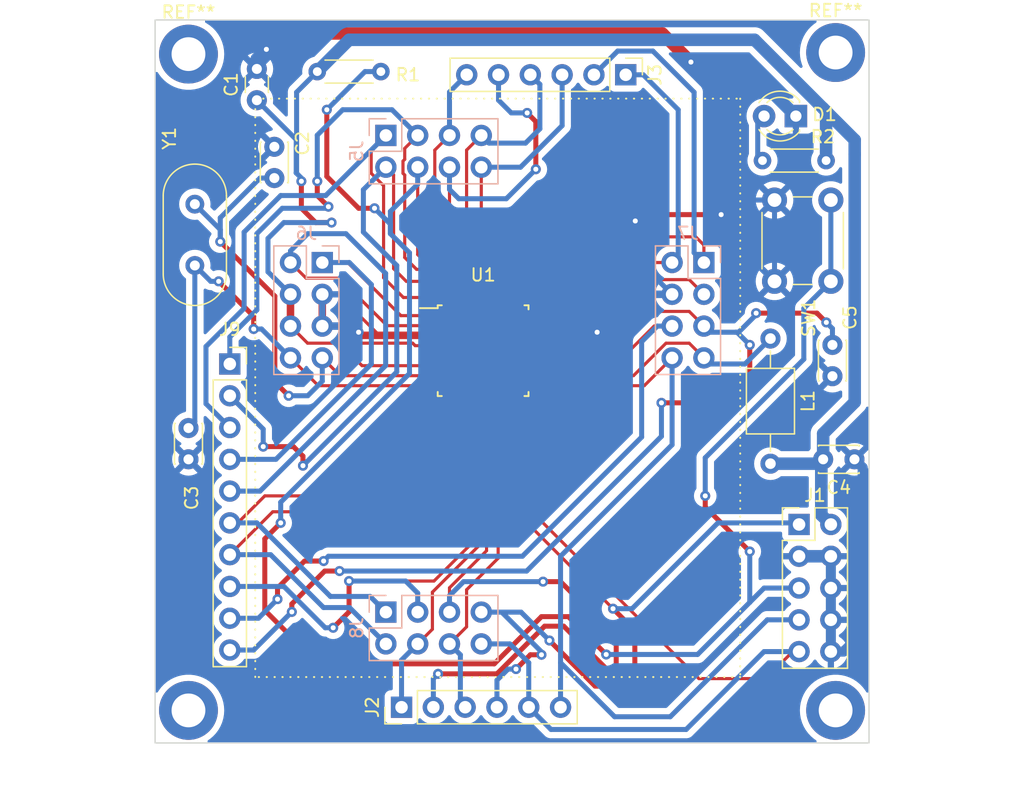
<source format=kicad_pcb>
(kicad_pcb (version 20221018) (generator pcbnew)
  (layers (0 "F.Cu" signal) (31 "B.Cu" signal) (34 "B.Paste" user) (35 "F.Paste" user) (36 "B.SilkS" user "B.Silkscreen") (37 "F.SilkS" user "F.Silkscreen") (38 "B.Mask" user) (39 "F.Mask" user) (44 "Edge.Cuts" user))
  (net 0 "")
  (net 1 "+5V")
  (net 2 "GND")
  (net 3 "/7")
  (net 4 "/8")
  (net 5 "/20")
  (net 6 "Net-(D1-A)")
  (net 7 "RST")
  (net 8 "MISO")
  (net 9 "/25")
  (net 10 "/1")
  (net 11 "/2")
  (net 12 "/23")
  (net 13 "/24")
  (net 14 "/26")
  (net 15 "/32")
  (net 16 "/9")
  (net 17 "/18")
  (net 18 "/22")
  (net 19 "/14")
  (net 20 "/10")
  (net 21 "/11")
  (net 22 "/12")
  (net 23 "/13")
  (net 24 "/19")
  (net 25 "TX")
  (net 26 "SDA")
  (net 27 "SCL")
  (net 28 "SCK")
  (net 29 "RX")
  (net 30 "MOSI")
  (footprint "Package_QFP:TQFP-32_7x7mm_P0.8mm" (layer "F.Cu") (at 158.535 101.552)
    (fp_text reference "U1")
    (fp_text value "ATmega8-16A")
  )
  (footprint "Capacitor_THT:C_Disc_D3.0mm_W2.0mm_P2.50mm" (layer "F.Cu") (at 186.436 101.092 -90)
    (fp_text reference "C5")
    (fp_text value "0.1u")
  )
  (footprint "Capacitor_THT:C_Disc_D3.0mm_W2.0mm_P2.50mm" (layer "F.Cu") (at 135.001 110.236 90)
    (fp_text reference "C3")
    (fp_text value "22p")
  )
  (footprint "Resistor_THT:R_Axial_DIN0204_L3.6mm_D1.6mm_P5.08mm_Horizontal" (layer "F.Cu") (at 185.928 86.36 180)
    (fp_text reference "R2")
    (fp_text value "1K")
  )
  (footprint "Capacitor_THT:C_Disc_D3.0mm_W2.0mm_P2.50mm" (layer "F.Cu") (at 188.194 110.236 180)
    (fp_text reference "C4")
    (fp_text value "0.1u")
  )
  (footprint "Connector_PinHeader_2.54mm:PinHeader_1x06_P2.54mm_Vertical" (layer "F.Cu") (at 152.019 130.048 90)
    (fp_text reference "J2")
    (fp_text value "Conn_01x06")
  )
  (footprint "MountingHole:MountingHole_2.7mm_M2.5_DIN965_Pad" (layer "F.Cu") (at 186.69 77.724)
    (fp_text reference "REF**")
    (fp_text value "MountingHole_2.7mm_M2.5_DIN965_Pad")
  )
  (footprint "Connector_PinSocket_2.54mm:PinSocket_1x10_P2.54mm_Vertical" (layer "F.Cu") (at 138.303 102.616)
    (fp_text reference "J9")
    (fp_text value "Conn_01x10")
  )
  (footprint "Crystal:Crystal_HC18-U_Vertical" (layer "F.Cu") (at 135.509 94.742 90)
    (fp_text reference "Y1")
    (fp_text value "16MHz")
  )
  (footprint "Connector_PinHeader_2.54mm:PinHeader_1x06_P2.54mm_Vertical" (layer "F.Cu") (at 169.926 79.502 -90)
    (fp_text reference "J3")
    (fp_text value "Conn_01x06")
  )
  (footprint "Capacitor_THT:C_Disc_D3.0mm_W1.6mm_P2.50mm" (layer "F.Cu") (at 140.462 81.534 90)
    (fp_text reference "C1")
    (fp_text value "0.1u")
  )
  (footprint "LED_THT:LED_D3.0mm" (layer "F.Cu") (at 183.515 82.804 180)
    (fp_text reference "D1")
    (fp_text value "LED")
  )
  (footprint "Inductor_THT:L_Axial_L5.0mm_D3.6mm_P10.00mm_Horizontal_Murata_BL01RN1A2A2" (layer "F.Cu") (at 181.483 100.584 -90)
    (fp_text reference "L1")
    (fp_text value "10uH")
  )
  (footprint "MountingHole:MountingHole_2.7mm_M2.5_DIN965_Pad" (layer "F.Cu") (at 186.69 130.302)
    (fp_text reference "REF**" hide)
    (fp_text value "MountingHole_2.7mm_M2.5_DIN965_Pad")
  )
  (footprint "MountingHole:MountingHole_2.7mm_M2.5_DIN965_Pad" (layer "F.Cu") (at 135.001 77.851)
    (fp_text reference "REF**")
    (fp_text value "MountingHole_2.7mm_M2.5_DIN965_Pad")
  )
  (footprint "Connector_PinHeader_2.54mm:PinHeader_2x05_P2.54mm_Vertical" (layer "F.Cu") (at 183.769 115.443)
    (fp_text reference "J1")
    (fp_text value "Conn_02x05_Odd_Even")
  )
  (footprint "Capacitor_THT:C_Disc_D3.0mm_W2.0mm_P2.50mm" (layer "F.Cu") (at 141.859 85.257 -90)
    (fp_text reference "C2")
    (fp_text value "22p")
  )
  (footprint "MountingHole:MountingHole_2.7mm_M2.5_DIN965_Pad" (layer "F.Cu") (at 135.001 130.302)
    (fp_text reference "REF**" hide)
    (fp_text value "MountingHole_2.7mm_M2.5_DIN965_Pad")
  )
  (footprint "Button_Switch_THT:SW_PUSH_6mm" (layer "F.Cu") (at 181.809 96.012 90)
    (fp_text reference "SW1")
    (fp_text value "SW_Push")
  )
  (footprint "Resistor_THT:R_Axial_DIN0204_L3.6mm_D1.6mm_P5.08mm_Horizontal" (layer "F.Cu") (at 150.368 79.248 180)
    (fp_text reference "R1")
    (fp_text value "1k")
  )
  (footprint "Connector_PinHeader_2.54mm:PinHeader_2x04_P2.54mm_Vertical" (layer "B.Cu") (at 145.689 94.508 180)
    (fp_text reference "J6")
    (fp_text value "Conn_02x04")
  )
  (footprint "Connector_PinHeader_2.54mm:PinHeader_2x04_P2.54mm_Vertical" (layer "B.Cu") (at 150.769 122.448 -90)
    (fp_text reference "J8")
    (fp_text value "Conn_02x04")
  )
  (footprint "Connector_PinHeader_2.54mm:PinHeader_2x04_P2.54mm_Vertical" (layer "B.Cu") (at 176.169 94.508 180)
    (fp_text reference "J7")
    (fp_text value "Conn_02x04")
  )
  (footprint "Connector_PinHeader_2.54mm:PinHeader_2x04_P2.54mm_Vertical" (layer "B.Cu") (at 150.769 84.348 -90)
    (fp_text reference "J5")
    (fp_text value "Conn_02x04")
  )
  (gr_rect (start 140.335 81.407) (end 179.07 127.635) (stroke (width 0.15) (type dot)) (fill none) (layer "F.SilkS"))
  (gr_rect (start 132.334 75.1205) (end 189.357 132.9055) (stroke (width 0.1)) (fill none) (layer "Edge.Cuts"))
  (segment (start 145.161 91.313) (end 144.018 90.17) (width 0.4) (layer "F.Cu") (net 1))
  (segment (start 143.149 99.588) (end 143.149 97.048) (width 0.6) (layer "F.Cu") (net 1))
  (segment (start 147.066 100.952) (end 148.866 102.752) (width 0.25) (layer "F.Cu") (net 1))
  (segment (start 152.908 100.952) (end 147.066 100.952) (width 0.25) (layer "F.Cu") (net 1))
  (segment (start 147.066 100.952) (end 144.513 100.952) (width 0.25) (layer "F.Cu") (net 1))
  (segment (start 148.866 102.752) (end 154.285 102.752) (width 0.25) (layer "F.Cu") (net 1))
  (segment (start 144.018 90.17) (end 144.018 88.011) (width 0.4) (layer "F.Cu") (net 1))
  (segment (start 144.513 100.952) (end 143.149 99.588) (width 0.25) (layer "F.Cu") (net 1))
  (segment (start 154.285 101.152) (end 153.108 101.152) (width 0.25) (layer "F.Cu") (net 1))
  (segment (start 153.108 101.152) (end 152.908 100.952) (width 0.25) (layer "F.Cu") (net 1))
  (segment (start 146.431 91.313) (end 145.161 91.313) (width 0.4) (layer "F.Cu") (net 1))
  (via (at 144.018 88.011) (size 0.8) (drill 0.4) (layers "F.Cu" "B.Cu") (net 1))
  (via (at 146.431 91.313) (size 0.8) (drill 0.4) (layers "F.Cu" "B.Cu") (net 1))
  (segment (start 143.637 80.899) (end 145.288 79.248) (width 0.4) (layer "B.Cu") (net 1))
  (segment (start 143.606425 87.345425) (end 144.018 87.757) (width 0.4) (layer "B.Cu") (net 1))
  (segment (start 145.288 79.248) (end 147.828 76.708) (width 1) (layer "B.Cu") (net 1))
  (segment (start 185.694 110.236) (end 185.547 110.383) (width 1) (layer "B.Cu") (net 1))
  (segment (start 143.149 97.048) (end 141.351 95.25) (width 0.4) (layer "B.Cu") (net 1))
  (segment (start 188.214 105.664) (end 185.694 108.184) (width 1) (layer "B.Cu") (net 1))
  (segment (start 144.018 87.757) (end 144.018 88.011) (width 0.4) (layer "B.Cu") (net 1))
  (segment (start 185.547 110.383) (end 185.547 114.681) (width 1) (layer "B.Cu") (net 1))
  (segment (start 185.547 110.584) (end 181.483 110.584) (width 1) (layer "B.Cu") (net 1))
  (segment (start 180.213 76.708) (end 185.674 82.169) (width 1) (layer "B.Cu") (net 1))
  (segment (start 140.462 81.534) (end 143.606425 84.678425) (width 0.4) (layer "B.Cu") (net 1))
  (segment (start 143.606425 84.678425) (end 143.606425 87.345425) (width 0.4) (layer "B.Cu") (net 1))
  (segment (start 141.351 95.25) (end 141.351 92.583) (width 0.4) (layer "B.Cu") (net 1))
  (segment (start 185.547 114.681) (end 185.547 110.584) (width 1) (layer "B.Cu") (net 1))
  (segment (start 185.928 82.423) (end 185.674 82.169) (width 1) (layer "B.Cu") (net 1))
  (segment (start 185.674 82.169) (end 188.214 84.709) (width 1) (layer "B.Cu") (net 1))
  (segment (start 185.694 108.184) (end 185.694 110.236) (width 1) (layer "B.Cu") (net 1))
  (segment (start 143.606425 87.345425) (end 143.637 87.31485) (width 0.4) (layer "B.Cu") (net 1))
  (segment (start 141.351 92.583) (end 142.621 91.313) (width 0.4) (layer "B.Cu") (net 1))
  (segment (start 143.637 87.31485) (end 143.637 80.899) (width 0.4) (layer "B.Cu") (net 1))
  (segment (start 188.214 85.852) (end 188.214 105.664) (width 1) (layer "B.Cu") (net 1))
  (segment (start 186.309 115.443) (end 185.547 114.681) (width 1) (layer "B.Cu") (net 1))
  (segment (start 147.828 76.708) (end 180.213 76.708) (width 1) (layer "B.Cu") (net 1))
  (segment (start 142.621 91.313) (end 146.431 91.313) (width 0.4) (layer "B.Cu") (net 1))
  (segment (start 188.214 84.709) (end 188.214 85.852) (width 1) (layer "B.Cu") (net 1))
  (segment (start 185.928 86.36) (end 185.928 82.423) (width 1) (layer "B.Cu") (net 1))
  (segment (start 161.51 101.152) (end 166.564 101.152) (width 0.6) (layer "F.Cu") (net 2))
  (segment (start 166.818 101.152) (end 170.922 97.048) (width 0.25) (layer "F.Cu") (net 2))
  (segment (start 171.196 90.678) (end 177.546 90.678) (width 0.4) (layer "F.Cu") (net 2))
  (segment (start 154.285 101.952) (end 155.858 101.952) (width 0.3) (layer "F.Cu") (net 2))
  (segment (start 172.847 76.2) (end 175.133 78.486) (width 1) (layer "F.Cu") (net 2))
  (segment (start 145.689 99.588) (end 145.689 97.048) (width 0.6) (layer "F.Cu") (net 2))
  (segment (start 155.858 101.952) (end 156.21 101.6) (width 0.3) (layer "F.Cu") (net 2))
  (segment (start 170.688 91.186) (end 171.196 90.678) (width 0.4) (layer "F.Cu") (net 2))
  (segment (start 148.841 100.327) (end 160.685 100.327) (width 0.6) (layer "F.Cu") (net 2))
  (segment (start 156.21 100.838) (end 155.702 100.33) (width 0.3) (layer "F.Cu") (net 2))
  (segment (start 162.785 101.152) (end 166.818 101.152) (width 0.25) (layer "F.Cu") (net 2))
  (segment (start 148.59 100.076) (end 148.841 100.327) (width 0.6) (layer "F.Cu") (net 2))
  (segment (start 170.922 97.048) (end 173.629 97.048) (width 0.25) (layer "F.Cu") (net 2))
  (segment (start 150.261604 100.352) (end 146.957604 97.048) (width 0.25) (layer "F.Cu") (net 2))
  (segment (start 141.224 77.47) (end 142.494 76.2) (width 1) (layer "F.Cu") (net 2))
  (segment (start 166.564 101.152) (end 167.64 100.076) (width 0.6) (layer "F.Cu") (net 2))
  (segment (start 142.494 76.2) (end 172.847 76.2) (width 1) (layer "F.Cu") (net 2))
  (segment (start 160.685 100.327) (end 161.51 101.152) (width 0.6) (layer "F.Cu") (net 2))
  (segment (start 154.285 100.352) (end 150.261604 100.352) (width 0.25) (layer "F.Cu") (net 2))
  (segment (start 155.702 100.33) (end 155.68 100.352) (width 0.3) (layer "F.Cu") (net 2))
  (segment (start 155.68 100.352) (end 154.285 100.352) (width 0.3) (layer "F.Cu") (net 2))
  (segment (start 156.21 101.6) (end 156.21 100.838) (width 0.3) (layer "F.Cu") (net 2))
  (segment (start 146.957604 97.048) (end 145.689 97.048) (width 0.25) (layer "F.Cu") (net 2))
  (via (at 177.546 90.678) (size 0.8) (drill 0.4) (layers "F.Cu" "B.Cu") (net 2))
  (via (at 170.688 91.186) (size 0.8) (drill 0.4) (layers "F.Cu" "B.Cu") (net 2))
  (via (at 175.133 78.486) (size 0.8) (drill 0.4) (layers "F.Cu" "B.Cu") (net 2))
  (via (at 167.64 100.076) (size 0.8) (drill 0.4) (layers "F.Cu" "B.Cu") (net 2))
  (via (at 148.59 100.076) (size 0.8) (drill 0.4) (layers "F.Cu" "B.Cu") (net 2))
  (via (at 141.224 77.47) (size 0.8) (drill 0.4) (layers "F.Cu" "B.Cu") (net 2))
  (segment (start 186.309 125.603) (end 186.309 123.063) (width 0.8) (layer "B.Cu") (net 2))
  (segment (start 178.712 89.512) (end 177.546 90.678) (width 0.4) (layer "B.Cu") (net 2))
  (segment (start 187.325 125.603) (end 188.849 124.079) (width 0.8) (layer "B.Cu") (net 2))
  (segment (start 181.809 89.512) (end 178.712 89.512) (width 0.4) (layer "B.Cu") (net 2))
  (segment (start 179.197 78.486) (end 183.515 82.804) (width 1) (layer "B.Cu") (net 2))
  (segment (start 167.64 100.076) (end 170.668 97.048) (width 0.6) (layer "B.Cu") (net 2))
  (segment (start 140.462 79.034) (end 140.462 78.232) (width 1) (layer "B.Cu") (net 2))
  (segment (start 145.689 99.588) (end 148.102 99.588) (width 0.6) (layer "B.Cu") (net 2))
  (segment (start 148.102 99.588) (end 148.59 100.076) (width 0.6) (layer "B.Cu") (net 2))
  (segment (start 183.769 117.983) (end 186.309 117.983) (width 1) (layer "B.Cu") (net 2))
  (segment (start 186.309 123.063) (end 186.309 120.523) (width 0.8) (layer "B.Cu") (net 2))
  (segment (start 170.688 94.107) (end 170.688 91.186) (width 0.4) (layer "B.Cu") (net 2))
  (segment (start 186.309 120.523) (end 186.309 117.983) (width 0.8) (layer "B.Cu") (net 2))
  (segment (start 170.668 97.048) (end 173.629 97.048) (width 0.6) (layer "B.Cu") (net 2))
  (segment (start 175.133 78.486) (end 179.197 78.486) (width 1) (layer "B.Cu") (net 2))
  (segment (start 186.309 125.603) (end 187.325 125.603) (width 0.8) (layer "B.Cu") (net 2))
  (segment (start 181.809 96.012) (end 181.809 89.512) (width 0.4) (layer "B.Cu") (net 2))
  (segment (start 188.849 124.079) (end 188.849 110.891) (width 0.8) (layer "B.Cu") (net 2))
  (segment (start 140.462 78.232) (end 141.224 77.47) (width 1) (layer "B.Cu") (net 2))
  (segment (start 188.849 110.891) (end 188.194 110.236) (width 0.8) (layer "B.Cu") (net 2))
  (segment (start 173.629 97.048) (end 170.688 94.107) (width 0.4) (layer "B.Cu") (net 2))
  (segment (start 143.001998 105.156) (end 141.899 104.053002) (width 0.4) (layer "F.Cu") (net 3))
  (segment (start 147.113 103.552) (end 145.689 102.128) (width 0.25) (layer "F.Cu") (net 3))
  (segment (start 154.285 103.552) (end 147.113 103.552) (width 0.25) (layer "F.Cu") (net 3))
  (segment (start 141.899 104.053002) (end 141.899 97.195) (width 0.4) (layer "F.Cu") (net 3))
  (segment (start 141.899 97.195) (end 137.541 92.837) (width 0.4) (layer "F.Cu") (net 3))
  (via (at 137.541 92.837) (size 0.8) (drill 0.4) (layers "F.Cu" "B.Cu") (net 3))
  (via (at 143.001998 105.156) (size 0.8) (drill 0.4) (layers "F.Cu" "B.Cu") (net 3))
  (segment (start 145.689 102.128) (end 145.689 103.993) (width 0.4) (layer "B.Cu") (net 3))
  (segment (start 141.859 87.757) (end 140.716 87.757) (width 0.4) (layer "B.Cu") (net 3))
  (segment (start 140.716 87.757) (end 137.541 90.932) (width 0.4) (layer "B.Cu") (net 3))
  (segment (start 137.541 90.932) (end 137.541 92.837) (width 0.4) (layer "B.Cu") (net 3))
  (segment (start 135.509 89.842) (end 137.541 91.874) (width 0.4) (layer "B.Cu") (net 3))
  (segment (start 144.526 105.156) (end 143.001998 105.156) (width 0.4) (layer "B.Cu") (net 3))
  (segment (start 137.541 91.874) (end 137.541 92.837) (width 0.4) (layer "B.Cu") (net 3))
  (segment (start 145.689 103.993) (end 144.526 105.156) (width 0.4) (layer "B.Cu") (net 3))
  (segment (start 145.373 104.352) (end 143.149 102.128) (width 0.25) (layer "F.Cu") (net 4))
  (segment (start 140.208 98.806) (end 140.208 99.822) (width 0.4) (layer "F.Cu") (net 4))
  (segment (start 137.414 96.012) (end 140.208 98.806) (width 0.4) (layer "F.Cu") (net 4))
  (segment (start 154.285 104.352) (end 145.373 104.352) (width 0.25) (layer "F.Cu") (net 4))
  (via (at 137.414 96.012) (size 0.8) (drill 0.4) (layers "F.Cu" "B.Cu") (net 4))
  (via (at 140.208 99.822) (size 0.8) (drill 0.4) (layers "F.Cu" "B.Cu") (net 4))
  (segment (start 135.509 107.228) (end 135.001 107.736) (width 0.4) (layer "B.Cu") (net 4))
  (segment (start 135.509 94.742) (end 135.509 107.228) (width 0.4) (layer "B.Cu") (net 4))
  (segment (start 140.843 99.822) (end 140.208 99.822) (width 0.4) (layer "B.Cu") (net 4))
  (segment (start 135.509 94.742) (end 136.779 96.012) (width 0.4) (layer "B.Cu") (net 4))
  (segment (start 143.149 102.128) (end 140.843 99.822) (width 0.4) (layer "B.Cu") (net 4))
  (segment (start 136.779 96.012) (end 137.414 96.012) (width 0.4) (layer "B.Cu") (net 4))
  (segment (start 179.832 103.632) (end 179.451 104.013) (width 0.4) (layer "F.Cu") (net 5))
  (segment (start 174.994 98.413) (end 176.169 99.588) (width 0.25) (layer "F.Cu") (net 5))
  (segment (start 177.742668 105.721332) (end 172.777332 105.721332) (width 0.4) (layer "F.Cu") (net 5))
  (segment (start 180.34 98.552) (end 185.2035 98.552) (width 0.4) (layer "F.Cu") (net 5))
  (segment (start 185.2035 98.552) (end 185.94675 99.29525) (width 0.4) (layer "F.Cu") (net 5))
  (segment (start 162.785 101.952) (end 167.796 101.952) (width 0.25) (layer "F.Cu") (net 5))
  (segment (start 179.832 101.092) (end 179.832 103.632) (width 0.4) (layer "F.Cu") (net 5))
  (segment (start 171.335 98.413) (end 174.994 98.413) (width 0.25) (layer "F.Cu") (net 5))
  (segment (start 145.8855 119.1635) (end 147.066 119.1635) (width 0.4) (layer "F.Cu") (net 5))
  (segment (start 143.256 122.428) (end 143.256 121.793) (width 0.4) (layer "F.Cu") (net 5))
  (segment (start 143.256 121.793) (end 145.8855 119.1635) (width 0.4) (layer "F.Cu") (net 5))
  (segment (start 167.796 101.952) (end 171.335 98.413) (width 0.25) (layer "F.Cu") (net 5))
  (segment (start 179.451 104.013) (end 177.742668 105.721332) (width 0.4) (layer "F.Cu") (net 5))
  (via (at 179.832 101.092) (size 0.8) (drill 0.4) (layers "F.Cu" "B.Cu") (net 5))
  (via (at 185.94675 99.29525) (size 0.8) (drill 0.4) (layers "F.Cu" "B.Cu") (net 5))
  (via (at 147.066 119.1635) (size 0.8) (drill 0.4) (layers "F.Cu" "B.Cu") (net 5))
  (via (at 143.256 122.428) (size 0.8) (drill 0.4) (layers "F.Cu" "B.Cu") (net 5))
  (via (at 172.777332 105.721332) (size 0.8) (drill 0.4) (layers "F.Cu" "B.Cu") (net 5))
  (via (at 180.34 98.552) (size 0.8) (drill 0.4) (layers "F.Cu" "B.Cu") (net 5))
  (segment (start 140.208 125.476) (end 143.256 122.428) (width 0.4) (layer "B.Cu") (net 5))
  (segment (start 180.34 98.552) (end 180.34 98.679) (width 0.4) (layer "B.Cu") (net 5))
  (segment (start 178.689 100.076) (end 178.816 100.076) (width 0.4) (layer "B.Cu") (net 5))
  (segment (start 186.436 101.092) (end 186.436 99.7845) (width 0.4) (layer "B.Cu") (net 5))
  (segment (start 176.657 100.076) (end 176.169 99.588) (width 0.4) (layer "B.Cu") (net 5))
  (segment (start 172.777332 105.721332) (end 172.777332 108.400668) (width 0.4) (layer "B.Cu") (net 5))
  (segment (start 162.0145 119.1635) (end 147.066 119.1635) (width 0.4) (layer "B.Cu") (net 5))
  (segment (start 178.943 100.076) (end 178.689 100.076) (width 0.4) (layer "B.Cu") (net 5))
  (segment (start 186.436 99.7845) (end 185.94675 99.29525) (width 0.4) (layer "B.Cu") (net 5))
  (segment (start 178.689 100.076) (end 176.657 100.076) (width 0.4) (layer "B.Cu") (net 5))
  (segment (start 178.816 100.076) (end 179.832 101.092) (width 0.4) (layer "B.Cu") (net 5))
  (segment (start 138.303 125.476) (end 140.208 125.476) (width 0.4) (layer "B.Cu") (net 5))
  (segment (start 172.777332 108.400668) (end 162.0145 119.1635) (width 0.4) (layer "B.Cu") (net 5))
  (segment (start 180.34 98.679) (end 178.943 100.076) (width 0.4) (layer "B.Cu") (net 5))
  (segment (start 180.467 85.979) (end 180.467 83.312) (width 0.4) (layer "B.Cu") (net 6))
  (segment (start 180.848 86.36) (end 180.467 85.979) (width 0.4) (layer "B.Cu") (net 6))
  (segment (start 180.467 83.312) (end 180.975 82.804) (width 0.4) (layer "B.Cu") (net 6))
  (segment (start 165.341664 122.809) (end 163.195 122.809) (width 0.4) (layer "F.Cu") (net 7))
  (segment (start 148.589998 90.169998) (end 149.86 90.169998) (width 0.4) (layer "F.Cu") (net 7))
  (segment (start 146.05 82.296) (end 146.05 87.63) (width 0.4) (layer "F.Cu") (net 7))
  (segment (start 159.422682 126.581318) (end 145.377318 126.581318) (width 0.4) (layer "F.Cu") (net 7))
  (segment (start 176.276 114.046) (end 179.832 117.602) (width 0.4) (layer "F.Cu") (net 7))
  (segment (start 145.377318 126.581318) (end 141.097 122.301) (width 0.4) (layer "F.Cu") (net 7))
  (segment (start 168.3645 125.831836) (end 165.341664 122.809) (width 0.4) (layer "F.Cu") (net 7))
  (segment (start 163.195 122.809) (end 159.422682 126.581318) (width 0.4) (layer "F.Cu") (net 7))
  (segment (start 158.135 97.302) (end 158.135 96.032) (width 0.25) (layer "F.Cu") (net 7))
  (segment (start 156.337 94.234) (end 153.67 94.234) (width 0.25) (layer "F.Cu") (net 7))
  (segment (start 141.097 116.586) (end 142.367 115.316) (width 0.4) (layer "F.Cu") (net 7))
  (segment (start 176.276 113.157) (end 176.276 114.046) (width 0.4) (layer "F.Cu") (net 7))
  (segment (start 141.097 122.301) (end 141.097 116.586) (width 0.4) (layer "F.Cu") (net 7))
  (segment (start 153.67 94.234) (end 153.309 93.873) (width 0.25) (layer "F.Cu") (net 7))
  (segment (start 146.05 87.63) (end 148.589998 90.169998) (width 0.4) (layer "F.Cu") (net 7))
  (segment (start 158.135 96.032) (end 156.337 94.234) (width 0.25) (layer "F.Cu") (net 7))
  (segment (start 153.309 93.873) (end 153.309 86.888) (width 0.25) (layer "F.Cu") (net 7))
  (via (at 168.3645 125.831836) (size 0.8) (drill 0.4) (layers "F.Cu" "B.Cu") (net 7))
  (via (at 149.86 90.169998) (size 0.8) (drill 0.4) (layers "F.Cu" "B.Cu") (net 7))
  (via (at 176.276 113.157) (size 0.8) (drill 0.4) (layers "F.Cu" "B.Cu") (net 7))
  (via (at 142.367 115.316) (size 0.8) (drill 0.4) (layers "F.Cu" "B.Cu") (net 7))
  (via (at 179.832 117.602) (size 0.8) (drill 0.4) (layers "F.Cu" "B.Cu") (net 7))
  (via (at 146.05 82.296) (size 0.8) (drill 0.4) (layers "F.Cu" "B.Cu") (net 7))
  (segment (start 151.13 92.202) (end 151.13 91.44) (width 0.4) (layer "B.Cu") (net 7))
  (segment (start 186.309 96.012) (end 186.309 89.512) (width 0.4) (layer "B.Cu") (net 7))
  (segment (start 175.666164 125.831836) (end 179.832001 121.665999) (width 0.4) (layer "B.Cu") (net 7))
  (segment (start 180.975 120.523) (end 179.832001 121.665999) (width 0.4) (layer "B.Cu") (net 7))
  (segment (start 184.15 102.235) (end 176.276 110.109) (width 0.4) (layer "B.Cu") (net 7))
  (segment (start 152.654 103.378) (end 142.367 113.665) (width 0.4) (layer "B.Cu") (net 7))
  (segment (start 186.309 96.012) (end 184.15 98.171) (width 0.4) (layer "B.Cu") (net 7))
  (segment (start 183.769 120.523) (end 180.975 120.523) (width 0.4) (layer "B.Cu") (net 7))
  (segment (start 151.13 92.202) (end 152.654 93.726) (width 0.4) (layer "B.Cu") (net 7))
  (segment (start 151.13 91.44) (end 149.86 90.169998) (width 0.4) (layer "B.Cu") (net 7))
  (segment (start 151.13 90.424) (end 151.13 92.202) (width 0.4) (layer "B.Cu") (net 7))
  (segment (start 168.3645 125.831836) (end 175.666164 125.831836) (width 0.4) (layer "B.Cu") (net 7))
  (segment (start 150.368 79.248) (end 149.098 79.248) (width 0.4) (layer "B.Cu") (net 7))
  (segment (start 149.098 79.248) (end 146.05 82.296) (width 0.4) (layer "B.Cu") (net 7))
  (segment (start 142.367 113.665) (end 142.367 115.316) (width 0.4) (layer "B.Cu") (net 7))
  (segment (start 179.832001 121.665999) (end 179.832001 117.602001) (width 0.4) (layer "B.Cu") (net 7))
  (segment (start 179.832001 117.602001) (end 179.832 117.602) (width 0.4) (layer "B.Cu") (net 7))
  (segment (start 184.15 98.171) (end 184.15 102.235) (width 0.4) (layer "B.Cu") (net 7))
  (segment (start 153.309 88.245) (end 151.13 90.424) (width 0.4) (layer "B.Cu") (net 7))
  (segment (start 153.309 86.888) (end 153.309 88.245) (width 0.4) (layer "B.Cu") (net 7))
  (segment (start 152.654 93.726) (end 152.654 103.378) (width 0.4) (layer "B.Cu") (net 7))
  (segment (start 176.276 110.109) (end 176.276 113.157) (width 0.4) (layer "B.Cu") (net 7))
  (segment (start 181.102 127.762) (end 183.261 125.603) (width 0.25) (layer "F.Cu") (net 8))
  (segment (start 161.335 113.329) (end 175.768 127.762) (width 0.25) (layer "F.Cu") (net 8))
  (segment (start 183.261 125.603) (end 183.769 125.603) (width 0.25) (layer "F.Cu") (net 8))
  (segment (start 175.768 127.762) (end 181.102 127.762) (width 0.25) (layer "F.Cu") (net 8))
  (segment (start 161.335 105.802) (end 161.335 113.329) (width 0.25) (layer "F.Cu") (net 8))
  (segment (start 160.675 124.988) (end 158.389 124.988) (width 0.4) (layer "B.Cu") (net 8))
  (segment (start 162.179 126.492) (end 160.675 124.988) (width 0.4) (layer "B.Cu") (net 8))
  (segment (start 174.752 131.826) (end 163.957 131.826) (width 0.4) (layer "B.Cu") (net 8))
  (segment (start 183.769 125.603) (end 180.975 125.603) (width 0.4) (layer "B.Cu") (net 8))
  (segment (start 180.975 125.603) (end 174.752 131.826) (width 0.4) (layer "B.Cu") (net 8))
  (segment (start 163.957 131.826) (end 162.179 130.048) (width 0.4) (layer "B.Cu") (net 8))
  (segment (start 162.179 130.048) (end 162.179 126.492) (width 0.4) (layer "B.Cu") (net 8))
  (segment (start 158.389 90.444) (end 161.335 93.39) (width 0.25) (layer "F.Cu") (net 9))
  (segment (start 161.335 93.39) (end 161.335 97.302) (width 0.25) (layer "F.Cu") (net 9))
  (segment (start 158.389 86.888) (end 158.389 90.444) (width 0.25) (layer "F.Cu") (net 9))
  (segment (start 164.846 79.502) (end 164.846 83.566) (width 0.4) (layer "B.Cu") (net 9))
  (segment (start 161.524 86.888) (end 158.389 86.888) (width 0.4) (layer "B.Cu") (net 9))
  (segment (start 164.846 83.566) (end 161.524 86.888) (width 0.4) (layer "B.Cu") (net 9))
  (segment (start 151.96431 98.752) (end 147.72031 94.508) (width 0.25) (layer "F.Cu") (net 10))
  (segment (start 154.285 98.752) (end 151.96431 98.752) (width 0.25) (layer "F.Cu") (net 10))
  (segment (start 147.72031 94.508) (end 145.689 94.508) (width 0.25) (layer "F.Cu") (net 10))
  (segment (start 149.606 102.616) (end 141.986 110.236) (width 0.4) (layer "B.Cu") (net 10))
  (segment (start 145.689 94.508) (end 147.848 94.508) (width 0.4) (layer "B.Cu") (net 10))
  (segment (start 141.986 110.236) (end 138.303 110.236) (width 0.4) (layer "B.Cu") (net 10))
  (segment (start 147.848 94.508) (end 149.606 96.266) (width 0.4) (layer "B.Cu") (net 10))
  (segment (start 149.606 96.266) (end 149.606 102.616) (width 0.4) (layer "B.Cu") (net 10))
  (segment (start 154.285 99.552) (end 150.86 99.552) (width 0.25) (layer "F.Cu") (net 11))
  (segment (start 150.86 99.552) (end 147.066 95.758) (width 0.25) (layer "F.Cu") (net 11))
  (segment (start 144.399 95.758) (end 143.149 94.508) (width 0.25) (layer "F.Cu") (net 11))
  (segment (start 147.066 95.758) (end 144.399 95.758) (width 0.25) (layer "F.Cu") (net 11))
  (segment (start 150.749 95.377) (end 150.749 102.743) (width 0.4) (layer "B.Cu") (net 11))
  (segment (start 143.149 93.579) (end 144.526 92.202) (width 0.4) (layer "B.Cu") (net 11))
  (segment (start 144.526 92.202) (end 147.574 92.202) (width 0.4) (layer "B.Cu") (net 11))
  (segment (start 150.749 102.743) (end 140.716 112.776) (width 0.4) (layer "B.Cu") (net 11))
  (segment (start 143.149 94.508) (end 143.149 93.579) (width 0.4) (layer "B.Cu") (net 11))
  (segment (start 147.574 92.202) (end 150.749 95.377) (width 0.4) (layer "B.Cu") (net 11))
  (segment (start 140.716 112.776) (end 138.303 112.776) (width 0.4) (layer "B.Cu") (net 11))
  (segment (start 165.37 99.552) (end 170.414 94.508) (width 0.25) (layer "F.Cu") (net 12))
  (segment (start 170.414 94.508) (end 173.629 94.508) (width 0.25) (layer "F.Cu") (net 12))
  (segment (start 162.785 99.552) (end 165.37 99.552) (width 0.25) (layer "F.Cu") (net 12))
  (segment (start 174.117 82.296) (end 174.117 94.02) (width 0.4) (layer "B.Cu") (net 12))
  (segment (start 171.323 79.502) (end 174.117 82.296) (width 0.4) (layer "B.Cu") (net 12))
  (segment (start 169.926 79.502) (end 171.323 79.502) (width 0.4) (layer "B.Cu") (net 12))
  (segment (start 174.117 94.02) (end 173.629 94.508) (width 0.4) (layer "B.Cu") (net 12))
  (segment (start 176.169 93.111) (end 176.169 94.508) (width 0.25) (layer "F.Cu") (net 13))
  (segment (start 163.63 98.752) (end 169.926 92.456) (width 0.25) (layer "F.Cu") (net 13))
  (segment (start 162.785 98.752) (end 163.63 98.752) (width 0.25) (layer "F.Cu") (net 13))
  (segment (start 169.926 92.456) (end 175.514 92.456) (width 0.25) (layer "F.Cu") (net 13))
  (segment (start 175.514 92.456) (end 176.169 93.111) (width 0.25) (layer "F.Cu") (net 13))
  (segment (start 176.169 94.508) (end 175.387 93.726) (width 0.4) (layer "B.Cu") (net 13))
  (segment (start 175.387 80.899) (end 172.095501 77.607501) (width 0.4) (layer "B.Cu") (net 13))
  (segment (start 172.095501 77.607501) (end 169.280499 77.607501) (width 0.4) (layer "B.Cu") (net 13))
  (segment (start 169.280499 77.607501) (end 167.386 79.502) (width 0.4) (layer "B.Cu") (net 13))
  (segment (start 175.387 93.726) (end 175.387 80.899) (width 0.4) (layer "B.Cu") (net 13))
  (segment (start 160.535 93.987) (end 157.214 90.666) (width 0.25) (layer "F.Cu") (net 14))
  (segment (start 157.214 90.666) (end 157.214 85.523) (width 0.25) (layer "F.Cu") (net 14))
  (segment (start 160.535 97.302) (end 160.535 93.987) (width 0.25) (layer "F.Cu") (net 14))
  (segment (start 157.214 85.523) (end 158.389 84.348) (width 0.25) (layer "F.Cu") (net 14))
  (segment (start 163.068 83.82) (end 161.925 84.963) (width 0.4) (layer "B.Cu") (net 14))
  (segment (start 163.068 80.264) (end 163.068 83.82) (width 0.4) (layer "B.Cu") (net 14))
  (segment (start 162.306 79.502) (end 163.068 80.264) (width 0.4) (layer "B.Cu") (net 14))
  (segment (start 161.925 84.963) (end 159.004 84.963) (width 0.4) (layer "B.Cu") (net 14))
  (segment (start 159.004 84.963) (end 158.389 84.348) (width 0.4) (layer "B.Cu") (net 14))
  (segment (start 150.5845 88.365201) (end 149.594 87.374701) (width 0.25) (layer "F.Cu") (net 15))
  (segment (start 149.594 87.374701) (end 149.594 85.523) (width 0.25) (layer "F.Cu") (net 15))
  (segment (start 152.166 97.302) (end 150.5845 95.7205) (width 0.25) (layer "F.Cu") (net 15))
  (segment (start 150.5845 95.7205) (end 150.5845 88.365201) (width 0.25) (layer "F.Cu") (net 15))
  (segment (start 155.735 97.302) (end 152.166 97.302) (width 0.25) (layer "F.Cu") (net 15))
  (segment (start 149.594 85.523) (end 150.769 84.348) (width 0.25) (layer "F.Cu") (net 15))
  (segment (start 145.963 89.154) (end 142.367 89.154) (width 0.4) (layer "B.Cu") (net 15))
  (segment (start 136.398 101.219) (end 136.398 105.791) (width 0.4) (layer "B.Cu") (net 15))
  (segment (start 142.367 89.154) (end 139.446 92.075) (width 0.4) (layer "B.Cu") (net 15))
  (segment (start 139.446 98.171) (end 136.398 101.219) (width 0.4) (layer "B.Cu") (net 15))
  (segment (start 150.769 84.348) (end 145.963 89.154) (width 0.4) (layer "B.Cu") (net 15))
  (segment (start 139.446 92.075) (end 139.446 98.171) (width 0.4) (layer "B.Cu") (net 15))
  (segment (start 136.398 105.791) (end 138.303 107.696) (width 0.4) (layer "B.Cu") (net 15))
  (segment (start 147.193 113.157) (end 141.097 113.157) (width 0.25) (layer "F.Cu") (net 16))
  (segment (start 155.735 105.802) (end 154.548 105.802) (width 0.25) (layer "F.Cu") (net 16))
  (segment (start 154.548 105.802) (end 147.193 113.157) (width 0.25) (layer "F.Cu") (net 16))
  (segment (start 138.938 115.316) (end 138.303 115.316) (width 0.25) (layer "F.Cu") (net 16))
  (segment (start 141.097 113.157) (end 138.938 115.316) (width 0.25) (layer "F.Cu") (net 16))
  (segment (start 149.5165 121.1955) (end 146.3415 121.1955) (width 0.4) (layer "B.Cu") (net 16))
  (segment (start 140.462 115.316) (end 138.303 115.316) (width 0.4) (layer "B.Cu") (net 16))
  (segment (start 146.3415 121.1955) (end 140.462 115.316) (width 0.4) (layer "B.Cu") (net 16))
  (segment (start 150.769 122.448) (end 149.5165 121.1955) (width 0.4) (layer "B.Cu") (net 16))
  (segment (start 173.142299 100.953) (end 174.994 100.953) (width 0.25) (layer "F.Cu") (net 17))
  (segment (start 162.785 103.552) (end 170.543299 103.552) (width 0.25) (layer "F.Cu") (net 17))
  (segment (start 174.994 100.953) (end 176.169 102.128) (width 0.25) (layer "F.Cu") (net 17))
  (segment (start 170.543299 103.552) (end 173.142299 100.953) (width 0.25) (layer "F.Cu") (net 17))
  (segment (start 176.657 102.616) (end 176.169 102.128) (width 0.4) (layer "B.Cu") (net 17))
  (segment (start 181.483 100.584) (end 179.451 102.616) (width 0.4) (layer "B.Cu") (net 17))
  (segment (start 179.451 102.616) (end 176.657 102.616) (width 0.4) (layer "B.Cu") (net 17))
  (segment (start 162.785 100.352) (end 165.84 100.352) (width 0.25) (layer "F.Cu") (net 18))
  (segment (start 174.994 95.873) (end 176.169 97.048) (width 0.25) (layer "F.Cu") (net 18))
  (segment (start 170.319 95.873) (end 174.994 95.873) (width 0.25) (layer "F.Cu") (net 18))
  (segment (start 165.84 100.352) (end 170.319 95.873) (width 0.25) (layer "F.Cu") (net 18))
  (segment (start 157.214 120.662) (end 157.214 123.623) (width 0.25) (layer "F.Cu") (net 19))
  (segment (start 157.214 123.623) (end 155.849 124.988) (width 0.25) (layer "F.Cu") (net 19))
  (segment (start 159.735 105.802) (end 159.735 118.141) (width 0.25) (layer "F.Cu") (net 19))
  (segment (start 159.735 118.141) (end 157.214 120.662) (width 0.25) (layer "F.Cu") (net 19))
  (segment (start 157.099 130.048) (end 156.718 129.667) (width 0.4) (layer "B.Cu") (net 19))
  (segment (start 156.718 125.857) (end 155.849 124.988) (width 0.4) (layer "B.Cu") (net 19))
  (segment (start 156.718 129.667) (end 156.718 125.857) (width 0.4) (layer "B.Cu") (net 19))
  (segment (start 141.732 114.427) (end 149.733 114.427) (width 0.25) (layer "F.Cu") (net 20))
  (segment (start 138.303 117.856) (end 141.732 114.427) (width 0.25) (layer "F.Cu") (net 20))
  (segment (start 156.535 107.625) (end 156.535 105.802) (width 0.25) (layer "F.Cu") (net 20))
  (segment (start 149.733 114.427) (end 156.535 107.625) (width 0.25) (layer "F.Cu") (net 20))
  (segment (start 145.790321 122.082499) (end 141.563822 117.856) (width 0.4) (layer "B.Cu") (net 20))
  (segment (start 141.563822 117.856) (end 138.303 117.856) (width 0.4) (layer "B.Cu") (net 20))
  (segment (start 147.863499 122.082499) (end 145.790321 122.082499) (width 0.4) (layer "B.Cu") (net 20))
  (segment (start 150.769 124.988) (end 147.863499 122.082499) (width 0.4) (layer "B.Cu") (net 20))
  (segment (start 154.611 119.963) (end 147.828 119.963) (width 0.25) (layer "F.Cu") (net 21))
  (segment (start 157.335 105.802) (end 157.335 117.239) (width 0.25) (layer "F.Cu") (net 21))
  (segment (start 157.335 117.239) (end 154.611 119.963) (width 0.25) (layer "F.Cu") (net 21))
  (segment (start 146.558 123.698) (end 147.828 122.428) (width 0.4) (layer "F.Cu") (net 21))
  (segment (start 147.828 122.428) (end 147.828 119.963) (width 0.4) (layer "F.Cu") (net 21))
  (via (at 147.828 119.963) (size 0.8) (drill 0.4) (layers "F.Cu" "B.Cu") (net 21))
  (via (at 146.558 123.698) (size 0.8) (drill 0.4) (layers "F.Cu" "B.Cu") (net 21))
  (segment (start 142.621 120.396) (end 145.923 123.698) (width 0.4) (layer "B.Cu") (net 21))
  (segment (start 153.309 120.924) (end 152.348 119.963) (width 0.4) (layer "B.Cu") (net 21))
  (segment (start 145.923 123.698) (end 146.558 123.698) (width 0.4) (layer "B.Cu") (net 21))
  (segment (start 138.303 120.396) (end 142.621 120.396) (width 0.4) (layer "B.Cu") (net 21))
  (segment (start 152.348 119.963) (end 147.828 119.963) (width 0.4) (layer "B.Cu") (net 21))
  (segment (start 153.309 122.448) (end 153.309 120.924) (width 0.4) (layer "B.Cu") (net 21))
  (segment (start 154.484 123.813) (end 153.309 124.988) (width 0.25) (layer "F.Cu") (net 22))
  (segment (start 154.484 120.852) (end 154.484 123.813) (width 0.25) (layer "F.Cu") (net 22))
  (segment (start 158.135 105.802) (end 158.135 117.201) (width 0.25) (layer "F.Cu") (net 22))
  (segment (start 158.135 117.201) (end 154.484 120.852) (width 0.25) (layer "F.Cu") (net 22))
  (segment (start 153.309 124.988) (end 152.019 126.278) (width 0.4) (layer "B.Cu") (net 22))
  (segment (start 152.019 126.278) (end 152.019 130.048) (width 0.4) (layer "B.Cu") (net 22))
  (segment (start 159.639 127.381) (end 163.449 123.571) (width 0.4) (layer "F.Cu") (net 23))
  (segment (start 169.164 127.381) (end 169.164 124.46) (width 0.4) (layer "F.Cu") (net 23))
  (segment (start 168.783 127.381) (end 169.164 127.381) (width 0.4) (layer "F.Cu") (net 23))
  (segment (start 158.935 105.802) (end 158.808499 105.928501) (width 0.25) (layer "F.Cu") (net 23))
  (segment (start 164.717 120.013) (end 163.322 120.013) (width 0.4) (layer "F.Cu") (net 23))
  (segment (start 155.849 120.503) (end 155.849 122.448) (width 0.25) (layer "F.Cu") (net 23))
  (segment (start 169.164 124.46) (end 164.717 120.013) (width 0.4) (layer "F.Cu") (net 23))
  (segment (start 164.973 123.571) (end 168.783 127.381) (width 0.4) (layer "F.Cu") (net 23))
  (segment (start 158.808499 105.928501) (end 158.808499 117.543501) (width 0.25) (layer "F.Cu") (net 23))
  (segment (start 158.808499 117.543501) (end 155.849 120.503) (width 0.25) (layer "F.Cu") (net 23))
  (segment (start 154.94 127.381) (end 159.639 127.381) (width 0.4) (layer "F.Cu") (net 23))
  (segment (start 163.449 123.571) (end 164.973 123.571) (width 0.4) (layer "F.Cu") (net 23))
  (via (at 163.322 120.013) (size 0.8) (drill 0.4) (layers "F.Cu" "B.Cu") (net 23))
  (via (at 154.94 127.381) (size 0.8) (drill 0.4) (layers "F.Cu" "B.Cu") (net 23))
  (segment (start 155.849 122.448) (end 155.849 121.138) (width 0.4) (layer "B.Cu") (net 23))
  (segment (start 154.559 127.762) (end 154.94 127.381) (width 0.4) (layer "B.Cu") (net 23))
  (segment (start 155.849 121.138) (end 156.974 120.013) (width 0.4) (layer "B.Cu") (net 23))
  (segment (start 154.559 130.048) (end 154.559 127.762) (width 0.4) (layer "B.Cu") (net 23))
  (segment (start 156.974 120.013) (end 163.322 120.013) (width 0.4) (layer "B.Cu") (net 23))
  (segment (start 145.796 118.364) (end 144.272 118.364) (width 0.4) (layer "F.Cu") (net 24))
  (segment (start 162.785 102.752) (end 169.028 102.752) (width 0.25) (layer "F.Cu") (net 24))
  (segment (start 144.272 118.364) (end 142.113 120.523) (width 0.4) (layer "F.Cu") (net 24))
  (segment (start 142.113 120.523) (end 142.113 121.412) (width 0.4) (layer "F.Cu") (net 24))
  (segment (start 172.192 99.588) (end 173.629 99.588) (width 0.25) (layer "F.Cu") (net 24))
  (segment (start 169.028 102.752) (end 172.192 99.588) (width 0.25) (layer "F.Cu") (net 24))
  (via (at 145.796 118.364) (size 0.8) (drill 0.4) (layers "F.Cu" "B.Cu") (net 24))
  (via (at 142.113 121.412) (size 0.8) (drill 0.4) (layers "F.Cu" "B.Cu") (net 24))
  (segment (start 161.671 117.983) (end 146.177 117.983) (width 0.4) (layer "B.Cu") (net 24))
  (segment (start 138.303 122.936) (end 140.589 122.936) (width 0.4) (layer "B.Cu") (net 24))
  (segment (start 146.177 117.983) (end 145.796 118.364) (width 0.4) (layer "B.Cu") (net 24))
  (segment (start 171.196 108.458) (end 161.671 117.983) (width 0.4) (layer "B.Cu") (net 24))
  (segment (start 172.446 99.588) (end 171.196 100.838) (width 0.4) (layer "B.Cu") (net 24))
  (segment (start 173.629 99.588) (end 172.446 99.588) (width 0.4) (layer "B.Cu") (net 24))
  (segment (start 140.589 122.936) (end 142.113 121.412) (width 0.4) (layer "B.Cu") (net 24))
  (segment (start 171.196 100.838) (end 171.196 108.458) (width 0.4) (layer "B.Cu") (net 24))
  (segment (start 151.384 87.503) (end 150.769 86.888) (width 0.25) (layer "F.Cu") (net 25))
  (segment (start 152.4 96.012) (end 151.384 94.996) (width 0.25) (layer "F.Cu") (net 25))
  (segment (start 144.145 109.982) (end 144.145 110.744) (width 0.4) (layer "F.Cu") (net 25))
  (segment (start 156.535 97.302) (end 156.535 96.252) (width 0.25) (layer "F.Cu") (net 25))
  (segment (start 140.97 109.22) (end 143.383 109.22) (width 0.4) (layer "F.Cu") (net 25))
  (segment (start 151.384 94.996) (end 151.384 87.503) (width 0.25) (layer "F.Cu") (net 25))
  (segment (start 143.383 109.22) (end 144.145 109.982) (width 0.4) (layer "F.Cu") (net 25))
  (segment (start 156.535 96.252) (end 156.295 96.012) (width 0.25) (layer "F.Cu") (net 25))
  (segment (start 156.295 96.012) (end 152.4 96.012) (width 0.25) (layer "F.Cu") (net 25))
  (via (at 144.145 110.744) (size 0.8) (drill 0.4) (layers "F.Cu" "B.Cu") (net 25))
  (via (at 140.97 109.22) (size 0.8) (drill 0.4) (layers "F.Cu" "B.Cu") (net 25))
  (segment (start 148.971 92.075) (end 151.638 94.742) (width 0.4) (layer "B.Cu") (net 25))
  (segment (start 140.97 107.823) (end 140.97 109.22) (width 0.4) (layer "B.Cu") (net 25))
  (segment (start 138.303 105.156) (end 140.97 107.823) (width 0.4) (layer "B.Cu") (net 25))
  (segment (start 150.769 86.888) (end 148.971 88.686) (width 0.4) (layer "B.Cu") (net 25))
  (segment (start 151.638 103.251) (end 144.145 110.744) (width 0.4) (layer "B.Cu") (net 25))
  (segment (start 148.971 88.686) (end 148.971 92.075) (width 0.4) (layer "B.Cu") (net 25))
  (segment (start 151.638 94.742) (end 151.638 103.251) (width 0.4) (layer "B.Cu") (net 25))
  (segment (start 155.849 91.333) (end 155.849 86.888) (width 0.25) (layer "F.Cu") (net 26))
  (segment (start 162.052 82.55) (end 162.744333 83.242333) (width 0.4) (layer "F.Cu") (net 26))
  (segment (start 159.735 97.302) (end 159.735 95.219) (width 0.25) (layer "F.Cu") (net 26))
  (segment (start 162.744333 83.242333) (end 162.744333 87.052333) (width 0.4) (layer "F.Cu") (net 26))
  (segment (start 159.735 95.219) (end 155.849 91.333) (width 0.25) (layer "F.Cu") (net 26))
  (via (at 162.744333 87.052333) (size 0.8) (drill 0.4) (layers "F.Cu" "B.Cu") (net 26))
  (via (at 162.052 82.55) (size 0.8) (drill 0.4) (layers "F.Cu" "B.Cu") (net 26))
  (segment (start 159.766 81.534) (end 160.782 82.55) (width 0.4) (layer "B.Cu") (net 26))
  (segment (start 160.388666 89.408) (end 162.744333 87.052333) (width 0.4) (layer "B.Cu") (net 26))
  (segment (start 155.849 86.888) (end 155.849 88.666) (width 0.4) (layer "B.Cu") (net 26))
  (segment (start 155.849 88.666) (end 156.591 89.408) (width 0.4) (layer "B.Cu") (net 26))
  (segment (start 159.766 79.502) (end 159.766 81.534) (width 0.4) (layer "B.Cu") (net 26))
  (segment (start 160.782 82.55) (end 162.052 82.55) (width 0.4) (layer "B.Cu") (net 26))
  (segment (start 156.591 89.408) (end 160.388666 89.408) (width 0.4) (layer "B.Cu") (net 26))
  (segment (start 155.575 93.599) (end 156.845 93.599) (width 0.25) (layer "F.Cu") (net 27))
  (segment (start 156.845 93.599) (end 158.935 95.689) (width 0.25) (layer "F.Cu") (net 27))
  (segment (start 154.674 85.523) (end 154.674 92.698) (width 0.25) (layer "F.Cu") (net 27))
  (segment (start 158.935 95.689) (end 158.935 97.302) (width 0.25) (layer "F.Cu") (net 27))
  (segment (start 154.674 92.698) (end 155.575 93.599) (width 0.25) (layer "F.Cu") (net 27))
  (segment (start 155.849 84.348) (end 154.674 85.523) (width 0.25) (layer "F.Cu") (net 27))
  (segment (start 155.849 80.879) (end 157.226 79.502) (width 0.4) (layer "B.Cu") (net 27))
  (segment (start 155.849 84.348) (end 155.849 80.879) (width 0.4) (layer "B.Cu") (net 27))
  (segment (start 162.785 104.352) (end 171.405 104.352) (width 0.25) (layer "F.Cu") (net 28))
  (segment (start 171.405 104.352) (end 173.629 102.128) (width 0.25) (layer "F.Cu") (net 28))
  (segment (start 173.482 130.81) (end 169.037 130.81) (width 0.4) (layer "B.Cu") (net 28))
  (segment (start 169.037 130.81) (end 164.719 126.492) (width 0.4) (layer "B.Cu") (net 28))
  (segment (start 173.629 102.128) (end 173.629 109.073) (width 0.4) (layer "B.Cu") (net 28))
  (segment (start 183.769 123.063) (end 181.229 123.063) (width 0.4) (layer "B.Cu") (net 28))
  (segment (start 164.719 126.492) (end 164.719 130.048) (width 0.4) (layer "B.Cu") (net 28))
  (segment (start 173.629 109.073) (end 164.719 117.983) (width 0.4) (layer "B.Cu") (net 28))
  (segment (start 164.719 117.983) (end 164.719 126.492) (width 0.4) (layer "B.Cu") (net 28))
  (segment (start 181.229 123.063) (end 173.482 130.81) (width 0.4) (layer "B.Cu") (net 28))
  (segment (start 152.134 87.374701) (end 152.134 86.401299) (width 0.25) (layer "F.Cu") (net 29))
  (segment (start 152.273 86.262299) (end 152.273 85.384) (width 0.25) (layer "F.Cu") (net 29))
  (segment (start 152.273 85.384) (end 153.309 84.348) (width 0.25) (layer "F.Cu") (net 29))
  (segment (start 156.137499 95.054499) (end 153.220499 95.054499) (width 0.25) (layer "F.Cu") (net 29))
  (segment (start 146.177 90.043) (end 145.288 89.154) (width 0.4) (layer "F.Cu") (net 29))
  (segment (start 157.335 97.302) (end 157.335 96.252) (width 0.25) (layer "F.Cu") (net 29))
  (segment (start 145.288 89.154) (end 145.288 88.011) (width 0.4) (layer "F.Cu") (net 29))
  (segment (start 152.273 87.513701) (end 152.134 87.374701) (width 0.25) (layer "F.Cu") (net 29))
  (segment (start 152.273 94.107) (end 152.273 87.513701) (width 0.25) (layer "F.Cu") (net 29))
  (segment (start 157.335 96.252) (end 156.137499 95.054499) (width 0.25) (layer "F.Cu") (net 29))
  (segment (start 152.134 86.401299) (end 152.273 86.262299) (width 0.25) (layer "F.Cu") (net 29))
  (segment (start 153.220499 95.054499) (end 152.273 94.107) (width 0.25) (layer "F.Cu") (net 29))
  (via (at 146.177 90.043) (size 0.8) (drill 0.4) (layers "F.Cu" "B.Cu") (net 29))
  (via (at 145.288 88.011) (size 0.8) (drill 0.4) (layers "F.Cu" "B.Cu") (net 29))
  (segment (start 153.309 84.348) (end 151.257 82.296) (width 0.4) (layer "B.Cu") (net 29))
  (segment (start 140.462 98.298) (end 140.462 92.202) (width 0.4) (layer "B.Cu") (net 29))
  (segment (start 142.494 90.17) (end 146.05 90.17) (width 0.4) (layer "B.Cu") (net 29))
  (segment (start 138.303 100.457) (end 140.462 98.298) (width 0.4) (layer "B.Cu") (net 29))
  (segment (start 140.462 92.202) (end 142.494 90.17) (width 0.4) (layer "B.Cu") (net 29))
  (segment (start 147.32 82.296) (end 145.288 84.328) (width 0.4) (layer "B.Cu") (net 29))
  (segment (start 138.303 102.616) (end 138.303 100.457) (width 0.4) (layer "B.Cu") (net 29))
  (segment (start 146.05 90.17) (end 146.177 90.043) (width 0.4) (layer "B.Cu") (net 29))
  (segment (start 151.257 82.296) (end 147.32 82.296) (width 0.4) (layer "B.Cu") (net 29))
  (segment (start 145.288 84.328) (end 145.288 88.011) (width 0.4) (layer "B.Cu") (net 29))
  (segment (start 168.91 122.174) (end 170.6525 123.9165) (width 0.4) (layer "F.Cu") (net 30))
  (segment (start 160.535 113.799) (end 168.91 122.174) (width 0.25) (layer "F.Cu") (net 30))
  (segment (start 163.195 125.857) (end 162.306 125.857) (width 0.4) (layer "F.Cu") (net 30))
  (segment (start 167.4775 128.3615) (end 163.83 124.714) (width 0.4) (layer "F.Cu") (net 30))
  (segment (start 169.793322 128.3615) (end 167.4775 128.3615) (width 0.4) (layer "F.Cu") (net 30))
  (segment (start 170.6525 123.9165) (end 170.652501 127.502321) (width 0.4) (layer "F.Cu") (net 30))
  (segment (start 160.535 105.802) (end 160.535 113.799) (width 0.25) (layer "F.Cu") (net 30))
  (segment (start 170.652501 127.502321) (end 169.793322 128.3615) (width 0.4) (layer "F.Cu") (net 30))
  (segment (start 162.306 125.857) (end 161.163 127) (width 0.4) (layer "F.Cu") (net 30))
  (via (at 163.195 125.857) (size 0.8) (drill 0.4) (layers "F.Cu" "B.Cu") (net 30))
  (via (at 163.83 124.714) (size 0.8) (drill 0.4) (layers "F.Cu" "B.Cu") (net 30))
  (via (at 161.163 127) (size 0.8) (drill 0.4) (layers "F.Cu" "B.Cu") (net 30))
  (via (at 168.91 122.174) (size 0.8) (drill 0.4) (layers "F.Cu" "B.Cu") (net 30))
  (segment (start 161.564 122.448) (end 163.83 124.714) (width 0.4) (layer "B.Cu") (net 30))
  (segment (start 159.639 127.889) (end 160.528 127) (width 0.4) (layer "B.Cu") (net 30))
  (segment (start 163.195 125.623) (end 163.195 125.857) (width 0.4) (layer "B.Cu") (net 30))
  (segment (start 170.434 122.174) (end 168.91 122.174) (width 0.4) (layer "B.Cu") (net 30))
  (segment (start 160.528 127) (end 161.163 127) (width 0.4) (layer "B.Cu") (net 30))
  (segment (start 183.769 115.443) (end 183.642 115.316) (width 0.4) (layer "B.Cu") (net 30))
  (segment (start 158.389 122.448) (end 161.564 122.448) (width 0.4) (layer "B.Cu") (net 30))
  (segment (start 159.639 130.048) (end 159.639 127.889) (width 0.4) (layer "B.Cu") (net 30))
  (segment (start 177.292 115.316) (end 170.434 122.174) (width 0.4) (layer "B.Cu") (net 30))
  (segment (start 160.02 122.448) (end 163.195 125.623) (width 0.4) (layer "B.Cu") (net 30))
  (segment (start 183.642 115.316) (end 177.292 115.316) (width 0.4) (layer "B.Cu") (net 30))
  (zone (net 2) (net_name "GND") (layer "B.Cu") (connect_pads (clearance 0.5)) (min_thickness 0.25) (fill yes (thermal_gap 0.5) (thermal_bridge_width 0.5))
    (polygon (pts (xy 132.08 74.93) (xy 189.738 74.93) (xy 189.484 133.858) (xy 132.08 133.604)))
  )
)
</source>
